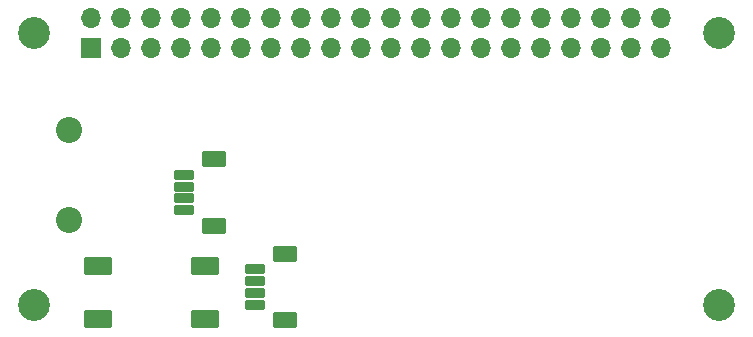
<source format=gts>
G04 #@! TF.GenerationSoftware,KiCad,Pcbnew,9.0.2*
G04 #@! TF.CreationDate,2025-06-26T16:26:48+10:00*
G04 #@! TF.ProjectId,PiCam HAT,50694361-6d20-4484-9154-2e6b69636164,rev?*
G04 #@! TF.SameCoordinates,Original*
G04 #@! TF.FileFunction,Soldermask,Top*
G04 #@! TF.FilePolarity,Negative*
%FSLAX46Y46*%
G04 Gerber Fmt 4.6, Leading zero omitted, Abs format (unit mm)*
G04 Created by KiCad (PCBNEW 9.0.2) date 2025-06-26 16:26:48*
%MOMM*%
%LPD*%
G01*
G04 APERTURE LIST*
G04 Aperture macros list*
%AMRoundRect*
0 Rectangle with rounded corners*
0 $1 Rounding radius*
0 $2 $3 $4 $5 $6 $7 $8 $9 X,Y pos of 4 corners*
0 Add a 4 corners polygon primitive as box body*
4,1,4,$2,$3,$4,$5,$6,$7,$8,$9,$2,$3,0*
0 Add four circle primitives for the rounded corners*
1,1,$1+$1,$2,$3*
1,1,$1+$1,$4,$5*
1,1,$1+$1,$6,$7*
1,1,$1+$1,$8,$9*
0 Add four rect primitives between the rounded corners*
20,1,$1+$1,$2,$3,$4,$5,0*
20,1,$1+$1,$4,$5,$6,$7,0*
20,1,$1+$1,$6,$7,$8,$9,0*
20,1,$1+$1,$8,$9,$2,$3,0*%
G04 Aperture macros list end*
%ADD10RoundRect,0.102000X-0.900000X0.600000X-0.900000X-0.600000X0.900000X-0.600000X0.900000X0.600000X0*%
%ADD11RoundRect,0.102000X-0.775000X0.300000X-0.775000X-0.300000X0.775000X-0.300000X0.775000X0.300000X0*%
%ADD12O,1.700000X1.700000*%
%ADD13R,1.700000X1.700000*%
%ADD14C,2.700000*%
%ADD15RoundRect,0.102000X-1.050000X-0.700000X1.050000X-0.700000X1.050000X0.700000X-1.050000X0.700000X0*%
%ADD16C,2.204000*%
G04 APERTURE END LIST*
D10*
X118750000Y-89800000D03*
X118750000Y-84200000D03*
D11*
X116225000Y-88500000D03*
X116225000Y-87500000D03*
X116225000Y-86500000D03*
X116225000Y-85500000D03*
D10*
X124750000Y-97800000D03*
X124750000Y-92200000D03*
D11*
X122225000Y-96500000D03*
X122225000Y-95500000D03*
X122225000Y-94500000D03*
X122225000Y-93500000D03*
D12*
X156630000Y-72230000D03*
X156630000Y-74770000D03*
X154090000Y-72230000D03*
X154090000Y-74770000D03*
X151550000Y-72230000D03*
X151550000Y-74770000D03*
X149010000Y-72230000D03*
X149010000Y-74770000D03*
X146470000Y-72230000D03*
X146470000Y-74770000D03*
X143930000Y-72230000D03*
X143930000Y-74770000D03*
X141390000Y-72230000D03*
X141390000Y-74770000D03*
X138850000Y-72230000D03*
X138850000Y-74770000D03*
X136310000Y-72230000D03*
X136310000Y-74770000D03*
X133770000Y-72230000D03*
X133770000Y-74770000D03*
X131230000Y-72230000D03*
X131230000Y-74770000D03*
X128690000Y-72230000D03*
X128690000Y-74770000D03*
X126150000Y-72230000D03*
X126150000Y-74770000D03*
X123610000Y-72230000D03*
X123610000Y-74770000D03*
X121070000Y-72230000D03*
X121070000Y-74770000D03*
X118530000Y-72230000D03*
X118530000Y-74770000D03*
X115990000Y-72230000D03*
X115990000Y-74770000D03*
X113450000Y-72230000D03*
X113450000Y-74770000D03*
X110910000Y-72230000D03*
X110910000Y-74770000D03*
X108370000Y-72230000D03*
D13*
X108370000Y-74770000D03*
D14*
X161500000Y-73500000D03*
X103500000Y-96500000D03*
X103500000Y-73500000D03*
X161500000Y-96500000D03*
D15*
X108900000Y-93250000D03*
X118000000Y-93250000D03*
X108900000Y-97750000D03*
X118000000Y-97750000D03*
D16*
X106500000Y-81700000D03*
X106500000Y-89300000D03*
M02*

</source>
